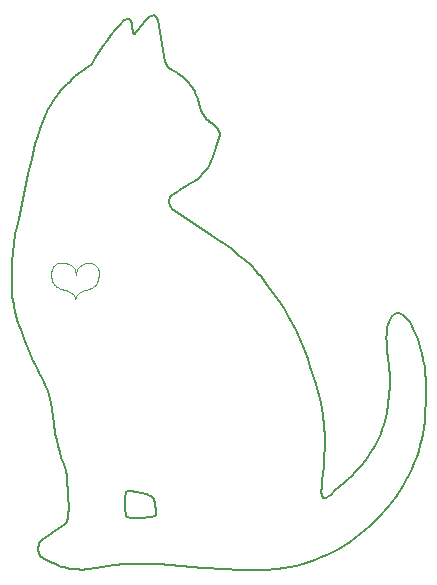
<source format=gbr>
%TF.GenerationSoftware,KiCad,Pcbnew,(6.99.0-562-g5449a92878)*%
%TF.CreationDate,2022-01-23T10:56:24+01:00*%
%TF.ProjectId,tuxpin,74757870-696e-42e6-9b69-6361645f7063,rev?*%
%TF.SameCoordinates,Original*%
%TF.FileFunction,Profile,NP*%
%FSLAX46Y46*%
G04 Gerber Fmt 4.6, Leading zero omitted, Abs format (unit mm)*
G04 Created by KiCad (PCBNEW (6.99.0-562-g5449a92878)) date 2022-01-23 10:56:24*
%MOMM*%
%LPD*%
G01*
G04 APERTURE LIST*
%TA.AperFunction,Profile*%
%ADD10C,0.043296*%
%TD*%
%TA.AperFunction,Profile*%
%ADD11C,0.207505*%
%TD*%
%TA.AperFunction,Profile*%
%ADD12C,0.200000*%
%TD*%
G04 APERTURE END LIST*
D10*
X155824894Y-98400759D02*
X155889831Y-98482824D01*
X156037192Y-99232868D02*
X156011376Y-99402905D01*
D11*
X158517635Y-117486064D02*
X158404971Y-117501054D01*
X160686697Y-118142093D02*
X160655126Y-118072686D01*
D10*
X154106461Y-99029697D02*
X154128647Y-98913564D01*
D11*
X160097601Y-117760893D02*
X159960693Y-117715786D01*
D10*
X152438476Y-100154319D02*
X152376927Y-100110342D01*
X153076712Y-98133075D02*
X153186670Y-98149484D01*
D11*
X158404984Y-117501054D02*
X158394666Y-117507676D01*
D10*
X155945017Y-98576785D02*
X155989381Y-98682867D01*
D11*
X158321025Y-117750214D02*
X158302050Y-117870572D01*
D10*
X155670056Y-98271427D02*
X155751278Y-98330368D01*
X154194551Y-100874652D02*
X154151293Y-100939360D01*
D11*
X159364120Y-117561215D02*
X159211614Y-117532633D01*
D10*
X155906920Y-99783586D02*
X155872675Y-99857728D01*
X154128647Y-98913564D02*
X154163583Y-98804634D01*
X155906920Y-99783586D02*
X155906920Y-99783586D01*
D11*
X160528000Y-119634000D02*
X160678949Y-119603028D01*
D10*
X154293761Y-100762765D02*
X154242156Y-100815943D01*
X154492017Y-98375846D02*
X154580954Y-98314826D01*
X154163583Y-98804634D02*
X154210197Y-98703130D01*
D11*
X160741859Y-118313966D02*
X160715569Y-118222937D01*
X160873253Y-119258796D02*
X160851923Y-119004001D01*
D10*
X154533277Y-100595969D02*
X154469126Y-100631719D01*
X153609385Y-100626814D02*
X153541156Y-100590633D01*
D11*
X160765684Y-118413931D02*
X160741859Y-118313966D01*
X160655126Y-118072686D02*
X160620740Y-118015966D01*
D10*
X154098098Y-99152809D02*
X154106461Y-99029697D01*
X155689245Y-100092254D02*
X155633505Y-100137723D01*
D11*
X160888461Y-119509305D02*
X160888461Y-119509305D01*
D10*
X154668049Y-100533548D02*
X154599700Y-100563401D01*
X153504029Y-98255300D02*
X153602037Y-98308685D01*
X152571006Y-100230386D02*
X152503296Y-100194172D01*
X155448100Y-100250045D02*
X155381389Y-100281023D01*
D11*
X158479607Y-119674791D02*
X158533979Y-119693306D01*
D10*
X153795651Y-100759101D02*
X153737013Y-100710563D01*
X154210197Y-98703130D02*
X154267420Y-98609275D01*
D11*
X158914988Y-117492579D02*
X158774418Y-117482546D01*
X160344312Y-117853827D02*
X160226066Y-117807146D01*
X160888461Y-119509305D02*
X160873253Y-119258796D01*
D10*
X152097626Y-99732719D02*
X152047121Y-99538177D01*
D11*
X159246823Y-119750736D02*
X159471038Y-119744241D01*
D10*
X154580954Y-98314826D02*
X154675142Y-98262573D01*
X153541156Y-100590633D02*
X153470492Y-100557602D01*
D11*
X159700049Y-119731299D02*
X159927054Y-119712857D01*
D10*
X156041359Y-98932285D02*
X156046830Y-99076069D01*
X155082965Y-98145706D02*
X155187332Y-98140642D01*
X155872675Y-99857728D02*
X155833438Y-99925196D01*
X153470492Y-100557602D02*
X153397772Y-100527236D01*
D11*
X158256905Y-118834128D02*
X158267106Y-119005094D01*
D10*
X152376927Y-100110342D02*
X152319030Y-100061756D01*
X155889831Y-98482824D02*
X155945017Y-98576785D01*
X152749470Y-98143589D02*
X152857030Y-98129903D01*
X155391457Y-98161066D02*
X155489074Y-98186999D01*
D11*
X160851923Y-119004001D02*
X160823538Y-118754927D01*
X158641375Y-117480134D02*
X158517635Y-117486064D01*
D10*
X153850332Y-100812729D02*
X153795651Y-100759101D01*
X153900675Y-100871930D02*
X153850332Y-100812729D01*
X152014728Y-99357267D02*
X151999365Y-99189764D01*
X153985047Y-98701330D02*
X154032669Y-98803428D01*
X153093948Y-100422718D02*
X152939595Y-100373839D01*
X154469126Y-100631719D02*
X154407592Y-100671123D01*
X152171049Y-99883494D02*
X152131561Y-99811623D01*
X154874982Y-98185263D02*
X154978491Y-98160654D01*
X154953789Y-100431887D02*
X154809142Y-100480106D01*
D11*
X158341543Y-119471790D02*
X158361224Y-119538635D01*
X160583421Y-117973185D02*
X160563626Y-117957412D01*
D10*
X153186670Y-98149484D02*
X153295264Y-98175475D01*
X152787673Y-100322041D02*
X152641225Y-100263445D01*
D11*
X159034206Y-119749837D02*
X159246823Y-119750736D01*
D10*
X152097626Y-99732719D02*
X152097626Y-99732719D01*
D11*
X158254385Y-118488289D02*
X158252889Y-118660793D01*
X158285227Y-118007757D02*
X158271226Y-118158572D01*
X158267106Y-119005094D02*
X158284165Y-119170493D01*
D10*
X154051059Y-101174175D02*
X154051059Y-101174175D01*
X155906920Y-99783586D02*
X155906920Y-99783586D01*
X152015399Y-98894081D02*
X152044633Y-98765450D01*
D11*
X159517056Y-117594540D02*
X159364120Y-117561215D01*
D10*
X153986826Y-101008995D02*
X153946300Y-100937191D01*
X153397772Y-100527236D02*
X153247688Y-100472557D01*
D11*
X158383208Y-119601289D02*
X158383208Y-119601289D01*
D10*
X152131561Y-99811623D02*
X152097626Y-99732719D01*
D11*
X158774418Y-117482546D02*
X158641375Y-117480134D01*
D10*
X156011376Y-99402905D02*
X155968309Y-99586403D01*
D11*
X160543053Y-117945592D02*
X160543053Y-117945592D01*
X160602455Y-117992755D02*
X160583421Y-117973185D01*
X158271226Y-118158572D02*
X158260722Y-118319815D01*
D10*
X156021853Y-98801292D02*
X156041359Y-98932285D01*
X155242680Y-100336101D02*
X154953789Y-100431887D01*
X155187332Y-98140642D02*
X155290519Y-98145688D01*
X155489074Y-98186999D02*
X155582297Y-98223711D01*
X154021872Y-101087828D02*
X153986826Y-101008995D01*
X155633505Y-100137723D02*
X155574504Y-100178864D01*
X154242156Y-100815943D02*
X154194551Y-100874652D01*
X152644874Y-98167757D02*
X152749470Y-98143589D01*
X152448900Y-98248438D02*
X152544323Y-98202632D01*
X155381389Y-100281023D02*
X155242680Y-100336101D01*
X153674797Y-100666629D02*
X153609385Y-100626814D01*
X153779893Y-98441274D02*
X153857577Y-98520028D01*
X154098098Y-99152809D02*
X154098098Y-99152809D01*
X153737013Y-100710563D02*
X153674797Y-100666629D01*
X152140123Y-98545484D02*
X152204216Y-98453700D01*
X154407592Y-100671123D02*
X154349022Y-100714648D01*
X153401411Y-98210822D02*
X153504029Y-98255300D01*
X156046830Y-99076069D02*
X156037192Y-99232868D01*
X154409401Y-98445410D02*
X154492017Y-98375846D01*
X153857577Y-98520028D02*
X153926322Y-98606789D01*
D11*
X160865983Y-119539733D02*
X160883850Y-119524319D01*
X159471038Y-119744241D02*
X159700049Y-119731299D01*
D10*
X154773508Y-98219311D02*
X154874982Y-98185263D01*
D11*
X159668646Y-117631890D02*
X159517056Y-117594540D01*
D10*
X154334178Y-98523294D02*
X154409401Y-98445410D01*
X152265164Y-100008076D02*
X152215710Y-99948817D01*
D11*
X158435787Y-119653362D02*
X158479607Y-119674791D01*
D10*
X152215710Y-99948817D02*
X152171049Y-99883494D01*
D11*
X160563626Y-117957412D02*
X160543053Y-117945592D01*
X158302050Y-117870572D02*
X158285227Y-118007757D01*
D10*
X154599700Y-100563401D02*
X154533277Y-100595969D01*
D11*
X160678949Y-119603028D02*
X160793878Y-119571290D01*
D10*
X155751278Y-98330368D02*
X155824894Y-98400759D01*
D11*
X159927054Y-119712857D02*
X160145249Y-119689862D01*
X160715569Y-118222937D02*
X160686697Y-118142093D01*
X158403371Y-119628901D02*
X158435787Y-119653362D01*
X160226066Y-117807146D02*
X160097601Y-117760893D01*
D10*
X155582297Y-98223711D02*
X155670056Y-98271427D01*
X155789558Y-99986461D02*
X155741378Y-100041990D01*
X154112728Y-101010536D02*
X154079201Y-101088652D01*
X151999365Y-99189764D02*
X151999949Y-99035444D01*
X152544323Y-98202632D02*
X152644874Y-98167757D01*
X153926322Y-98606789D02*
X153985047Y-98701330D01*
D11*
X158404971Y-117501054D02*
X158404984Y-117501054D01*
D10*
X153247688Y-100472557D02*
X153093948Y-100422718D01*
X154267420Y-98609275D02*
X154334178Y-98523294D01*
D11*
X158394666Y-117507676D02*
X158384130Y-117522105D01*
D10*
X154978491Y-98160654D02*
X155082965Y-98145706D01*
X154032669Y-98803428D02*
X154068106Y-98912857D01*
X152277764Y-98373747D02*
X152359686Y-98305402D01*
X153946300Y-100937191D02*
X153900675Y-100871930D01*
D11*
X158341477Y-117649884D02*
X158321025Y-117750214D01*
D10*
X155968309Y-99586403D02*
X155906920Y-99783586D01*
X155290519Y-98145688D02*
X155391457Y-98161066D01*
D11*
X160787161Y-118521580D02*
X160765684Y-118413931D01*
X158404971Y-117501054D02*
X158404971Y-117501054D01*
D10*
X152086568Y-98649326D02*
X152140123Y-98545484D01*
D11*
X160823538Y-118754927D02*
X160787161Y-118521580D01*
X160793878Y-119571290D02*
X160865983Y-119539733D01*
D10*
X152359686Y-98305402D02*
X152448900Y-98248438D01*
X154151293Y-100939360D02*
X154112728Y-101010536D01*
X152204216Y-98453700D02*
X152277764Y-98373747D01*
D11*
X158384130Y-117522105D02*
X158362737Y-117572781D01*
X158533979Y-119693306D02*
X158670982Y-119722069D01*
D10*
X154809142Y-100480106D02*
X154668049Y-100533548D01*
D11*
X158361224Y-119538635D02*
X158383208Y-119601289D01*
D10*
X154051059Y-101174175D02*
X154021872Y-101087828D01*
D11*
X160620740Y-118015966D02*
X160602455Y-117992755D01*
D10*
X152044633Y-98765450D02*
X152086568Y-98649326D01*
D11*
X159061312Y-117509515D02*
X158914988Y-117492579D01*
D10*
X152319030Y-100061756D02*
X152265164Y-100008076D01*
D11*
X158308753Y-119327125D02*
X158341543Y-119471790D01*
X158383208Y-119601289D02*
X158403371Y-119628901D01*
X159817117Y-117672545D02*
X159668646Y-117631890D01*
X160543053Y-117945592D02*
X160450566Y-117900215D01*
D10*
X153295264Y-98175475D02*
X153401411Y-98210822D01*
X155989381Y-98682867D02*
X156021853Y-98801292D01*
D11*
X158260722Y-118319815D02*
X158254385Y-118488289D01*
D10*
X154090276Y-99029392D02*
X154098098Y-99152809D01*
X154349022Y-100714648D02*
X154293761Y-100762765D01*
D11*
X160883850Y-119524319D02*
X160888461Y-119509305D01*
D10*
X155741378Y-100041990D02*
X155689245Y-100092254D01*
X155574504Y-100178864D02*
X155512587Y-100216148D01*
X151999949Y-99035444D02*
X152015399Y-98894081D01*
X152503296Y-100194172D02*
X152438476Y-100154319D01*
D11*
X160145249Y-119689862D02*
X160347832Y-119663261D01*
D12*
X160757900Y-77212276D02*
X160824634Y-77246395D01*
X160824634Y-77246395D02*
X160887770Y-77299674D01*
X160887770Y-77299674D02*
X160946911Y-77373414D01*
X160946911Y-77373414D02*
X161001663Y-77468914D01*
X161001663Y-77468914D02*
X161051629Y-77587473D01*
X161051629Y-77587473D02*
X161670485Y-81152430D01*
X161670485Y-81152430D02*
X161694491Y-81217397D01*
X161694491Y-81217397D02*
X161719873Y-81277896D01*
X161719873Y-81277896D02*
X161746624Y-81334197D01*
X161746624Y-81334197D02*
X161774736Y-81386571D01*
X161774736Y-81386571D02*
X161804202Y-81435289D01*
X161804202Y-81435289D02*
X161835015Y-81480622D01*
X161835015Y-81480622D02*
X161867166Y-81522840D01*
X161867166Y-81522840D02*
X161900648Y-81562214D01*
X161900648Y-81562214D02*
X161935455Y-81599015D01*
X161935455Y-81599015D02*
X161971578Y-81633513D01*
X161971578Y-81633513D02*
X162009009Y-81665979D01*
X162009009Y-81665979D02*
X162047742Y-81696684D01*
X162047742Y-81696684D02*
X162087769Y-81725898D01*
X162087769Y-81725898D02*
X162129082Y-81753893D01*
X162129082Y-81753893D02*
X162215538Y-81807307D01*
X162215538Y-81807307D02*
X162611315Y-82026314D01*
X162611315Y-82026314D02*
X162722448Y-82093232D01*
X162722448Y-82093232D02*
X162779801Y-82130006D01*
X162779801Y-82130006D02*
X162838336Y-82169349D01*
X162838336Y-82169349D02*
X162898045Y-82211534D01*
X162898045Y-82211534D02*
X162958920Y-82256830D01*
X162958920Y-82256830D02*
X163020954Y-82305509D01*
X163020954Y-82305509D02*
X163084140Y-82357841D01*
X163084140Y-82357841D02*
X163303838Y-82574802D01*
X163303838Y-82574802D02*
X163492664Y-82765687D01*
X163492664Y-82765687D02*
X163653877Y-82935099D01*
X163653877Y-82935099D02*
X163790737Y-83087639D01*
X163790737Y-83087639D02*
X163906506Y-83227910D01*
X163906506Y-83227910D02*
X164004445Y-83360514D01*
X164004445Y-83360514D02*
X164047746Y-83425379D01*
X164047746Y-83425379D02*
X164087813Y-83490053D01*
X164087813Y-83490053D02*
X164125052Y-83555112D01*
X164125052Y-83555112D02*
X164159872Y-83621130D01*
X164159872Y-83621130D02*
X164223882Y-83758346D01*
X164223882Y-83758346D02*
X164283104Y-83906303D01*
X164283104Y-83906303D02*
X164340799Y-84069605D01*
X164340799Y-84069605D02*
X164400228Y-84252852D01*
X164400228Y-84252852D02*
X164537327Y-84697593D01*
X164537327Y-84697593D02*
X164621520Y-84968291D01*
X164621520Y-84968291D02*
X164720488Y-85277343D01*
X164720488Y-85277343D02*
X164739790Y-85321311D01*
X164739790Y-85321311D02*
X164765155Y-85374122D01*
X164765155Y-85374122D02*
X164796187Y-85434385D01*
X164796187Y-85434385D02*
X164832490Y-85500709D01*
X164832490Y-85500709D02*
X164873667Y-85571702D01*
X164873667Y-85571702D02*
X164919323Y-85645973D01*
X164919323Y-85645973D02*
X164969061Y-85722131D01*
X164969061Y-85722131D02*
X165022485Y-85798785D01*
X165022485Y-85798785D02*
X165079199Y-85874543D01*
X165079199Y-85874543D02*
X165138808Y-85948014D01*
X165138808Y-85948014D02*
X165200913Y-86017806D01*
X165200913Y-86017806D02*
X165265121Y-86082530D01*
X165265121Y-86082530D02*
X165331034Y-86140793D01*
X165331034Y-86140793D02*
X165364506Y-86167067D01*
X165364506Y-86167067D02*
X165398256Y-86191204D01*
X165398256Y-86191204D02*
X165432235Y-86213030D01*
X165432235Y-86213030D02*
X165466392Y-86232371D01*
X165466392Y-86232371D02*
X165500678Y-86249054D01*
X165500678Y-86249054D02*
X165535044Y-86262905D01*
X165535044Y-86262905D02*
X165551468Y-86270094D01*
X165551468Y-86270094D02*
X165570407Y-86280397D01*
X165570407Y-86280397D02*
X165615039Y-86309795D01*
X165615039Y-86309795D02*
X165667348Y-86349999D01*
X165667348Y-86349999D02*
X165725743Y-86399909D01*
X165725743Y-86399909D02*
X165788633Y-86458428D01*
X165788633Y-86458428D02*
X165854427Y-86524456D01*
X165854427Y-86524456D02*
X165921533Y-86596894D01*
X165921533Y-86596894D02*
X165988361Y-86674643D01*
X165988361Y-86674643D02*
X166053319Y-86756603D01*
X166053319Y-86756603D02*
X166114817Y-86841677D01*
X166114817Y-86841677D02*
X166171262Y-86928764D01*
X166171262Y-86928764D02*
X166197092Y-86972719D01*
X166197092Y-86972719D02*
X166221063Y-87016766D01*
X166221063Y-87016766D02*
X166242976Y-87060767D01*
X166242976Y-87060767D02*
X166262631Y-87104584D01*
X166262631Y-87104584D02*
X166279829Y-87148081D01*
X166279829Y-87148081D02*
X166294372Y-87191119D01*
X166294372Y-87191119D02*
X166306061Y-87233562D01*
X166306061Y-87233562D02*
X166314696Y-87275272D01*
X166314696Y-87275272D02*
X166320080Y-87316111D01*
X166320080Y-87316111D02*
X166322013Y-87355943D01*
X166322013Y-87355943D02*
X166210676Y-87605574D01*
X166210676Y-87605574D02*
X166113727Y-87847409D01*
X166113727Y-87847409D02*
X166028573Y-88081879D01*
X166028573Y-88081879D02*
X165952621Y-88309419D01*
X165952621Y-88309419D02*
X165688988Y-89158925D01*
X165688988Y-89158925D02*
X165620161Y-89358302D01*
X165620161Y-89358302D02*
X165544981Y-89553345D01*
X165544981Y-89553345D02*
X165460857Y-89744487D01*
X165460857Y-89744487D02*
X165365195Y-89932160D01*
X165365195Y-89932160D02*
X165255404Y-90116798D01*
X165255404Y-90116798D02*
X165128890Y-90298833D01*
X165128890Y-90298833D02*
X164983061Y-90478698D01*
X164983061Y-90478698D02*
X164815325Y-90656826D01*
X164815325Y-90656826D02*
X164727716Y-90767633D01*
X164727716Y-90767633D02*
X164629784Y-90873502D01*
X164629784Y-90873502D02*
X164522613Y-90974800D01*
X164522613Y-90974800D02*
X164407288Y-91071895D01*
X164407288Y-91071895D02*
X164156513Y-91254955D01*
X164156513Y-91254955D02*
X163886137Y-91425629D01*
X163886137Y-91425629D02*
X162782148Y-92043460D01*
X162782148Y-92043460D02*
X162543913Y-92196446D01*
X162543913Y-92196446D02*
X162338136Y-92354742D01*
X162338136Y-92354742D02*
X162250131Y-92436802D01*
X162250131Y-92436802D02*
X162173494Y-92521296D01*
X162173494Y-92521296D02*
X162109309Y-92608591D01*
X162109309Y-92608591D02*
X162058663Y-92699058D01*
X162058663Y-92699058D02*
X162022638Y-92793063D01*
X162022638Y-92793063D02*
X162002319Y-92890976D01*
X162002319Y-92890976D02*
X161998792Y-92993165D01*
X161998792Y-92993165D02*
X162013141Y-93100000D01*
X162013141Y-93100000D02*
X162046450Y-93211848D01*
X162046450Y-93211848D02*
X162099803Y-93329079D01*
X162099803Y-93329079D02*
X162174286Y-93452060D01*
X162174286Y-93452060D02*
X162270983Y-93581161D01*
X162270983Y-93581161D02*
X162461047Y-93745894D01*
X162461047Y-93745894D02*
X162734113Y-93946902D01*
X162734113Y-93946902D02*
X163489851Y-94448703D01*
X163489851Y-94448703D02*
X165563934Y-95788151D01*
X165563934Y-95788151D02*
X166142203Y-96179794D01*
X166142203Y-96179794D02*
X166724670Y-96589628D01*
X166724670Y-96589628D02*
X167301485Y-97015393D01*
X167301485Y-97015393D02*
X167862796Y-97454829D01*
X167862796Y-97454829D02*
X168398755Y-97905675D01*
X168398755Y-97905675D02*
X168899509Y-98365669D01*
X168899509Y-98365669D02*
X169355209Y-98832553D01*
X169355209Y-98832553D02*
X169563085Y-99067872D01*
X169563085Y-99067872D02*
X169756003Y-99304065D01*
X169756003Y-99304065D02*
X170314261Y-100022893D01*
X170314261Y-100022893D02*
X170819931Y-100706678D01*
X170819931Y-100706678D02*
X171277461Y-101361562D01*
X171277461Y-101361562D02*
X171691301Y-101993684D01*
X171691301Y-101993684D02*
X172065899Y-102609182D01*
X172065899Y-102609182D02*
X172405703Y-103214197D01*
X172405703Y-103214197D02*
X172715162Y-103814867D01*
X172715162Y-103814867D02*
X172998725Y-104417333D01*
X172998725Y-104417333D02*
X173260840Y-105027734D01*
X173260840Y-105027734D02*
X173505956Y-105652210D01*
X173505956Y-105652210D02*
X173738522Y-106296899D01*
X173738522Y-106296899D02*
X173962986Y-106967941D01*
X173962986Y-106967941D02*
X174405403Y-108413644D01*
X174405403Y-108413644D02*
X174868796Y-110038434D01*
X174868796Y-110038434D02*
X175032791Y-111029993D01*
X175032791Y-111029993D02*
X175128708Y-111989335D01*
X175128708Y-111989335D02*
X175168617Y-112908187D01*
X175168617Y-112908187D02*
X175164584Y-113778277D01*
X175164584Y-113778277D02*
X175128680Y-114591334D01*
X175128680Y-114591334D02*
X175072971Y-115339085D01*
X175072971Y-115339085D02*
X174950415Y-116605580D01*
X174950415Y-116605580D02*
X174907704Y-117107780D01*
X174907704Y-117107780D02*
X174893463Y-117511586D01*
X174893463Y-117511586D02*
X174919759Y-117808724D01*
X174919759Y-117808724D02*
X174951880Y-117914709D01*
X174951880Y-117914709D02*
X174998661Y-117990924D01*
X174998661Y-117990924D02*
X175061610Y-118036337D01*
X175061610Y-118036337D02*
X175142237Y-118049913D01*
X175142237Y-118049913D02*
X175242049Y-118030618D01*
X175242049Y-118030618D02*
X175362556Y-117977418D01*
X175362556Y-117977418D02*
X175671685Y-117765167D01*
X175671685Y-117765167D02*
X176081694Y-117404890D01*
X176081694Y-117404890D02*
X176808955Y-116797378D01*
X176808955Y-116797378D02*
X177145612Y-116490664D01*
X177145612Y-116490664D02*
X177464704Y-116181793D01*
X177464704Y-116181793D02*
X177766545Y-115870627D01*
X177766545Y-115870627D02*
X178051447Y-115557026D01*
X178051447Y-115557026D02*
X178319723Y-115240851D01*
X178319723Y-115240851D02*
X178571687Y-114921965D01*
X178571687Y-114921965D02*
X178807652Y-114600228D01*
X178807652Y-114600228D02*
X179027930Y-114275502D01*
X179027930Y-114275502D02*
X179232836Y-113947647D01*
X179232836Y-113947647D02*
X179422681Y-113616525D01*
X179422681Y-113616525D02*
X179597780Y-113281998D01*
X179597780Y-113281998D02*
X179758445Y-112943926D01*
X179758445Y-112943926D02*
X179904990Y-112602171D01*
X179904990Y-112602171D02*
X180037727Y-112256594D01*
X180037727Y-112256594D02*
X180156970Y-111907056D01*
X180156970Y-111907056D02*
X180263031Y-111553418D01*
X180263031Y-111553418D02*
X180436863Y-110833290D01*
X180436863Y-110833290D02*
X180561727Y-110095098D01*
X180561727Y-110095098D02*
X180640129Y-109337733D01*
X180640129Y-109337733D02*
X180674573Y-108560086D01*
X180674573Y-108560086D02*
X180667564Y-107761044D01*
X180667564Y-107761044D02*
X180621606Y-106939500D01*
X180621606Y-106939500D02*
X180539206Y-106094343D01*
X180539206Y-106094343D02*
X180476347Y-105670076D01*
X180476347Y-105670076D02*
X180432670Y-105268395D01*
X180432670Y-105268395D02*
X180407286Y-104889948D01*
X180407286Y-104889948D02*
X180399305Y-104535382D01*
X180399305Y-104535382D02*
X180407840Y-104205344D01*
X180407840Y-104205344D02*
X180432001Y-103900481D01*
X180432001Y-103900481D02*
X180470899Y-103621441D01*
X180470899Y-103621441D02*
X180523644Y-103368871D01*
X180523644Y-103368871D02*
X180589348Y-103143417D01*
X180589348Y-103143417D02*
X180667121Y-102945728D01*
X180667121Y-102945728D02*
X180756075Y-102776450D01*
X180756075Y-102776450D02*
X180855320Y-102636231D01*
X180855320Y-102636231D02*
X180963968Y-102525718D01*
X180963968Y-102525718D02*
X181081129Y-102445558D01*
X181081129Y-102445558D02*
X181205914Y-102396398D01*
X181205914Y-102396398D02*
X181337434Y-102378886D01*
X181337434Y-102378886D02*
X181474799Y-102393669D01*
X181474799Y-102393669D02*
X181617122Y-102441394D01*
X181617122Y-102441394D02*
X181763513Y-102522708D01*
X181763513Y-102522708D02*
X181913082Y-102638259D01*
X181913082Y-102638259D02*
X182064941Y-102788694D01*
X182064941Y-102788694D02*
X182218201Y-102974659D01*
X182218201Y-102974659D02*
X182371972Y-103196803D01*
X182371972Y-103196803D02*
X182525365Y-103455773D01*
X182525365Y-103455773D02*
X182677492Y-103752215D01*
X182677492Y-103752215D02*
X182827462Y-104086777D01*
X182827462Y-104086777D02*
X182974388Y-104460106D01*
X182974388Y-104460106D02*
X183117380Y-104872850D01*
X183117380Y-104872850D02*
X183255550Y-105325655D01*
X183255550Y-105325655D02*
X183388006Y-105819169D01*
X183388006Y-105819169D02*
X183513862Y-106354040D01*
X183513862Y-106354040D02*
X183632228Y-106930913D01*
X183632228Y-106930913D02*
X183675046Y-107494648D01*
X183675046Y-107494648D02*
X183705846Y-108035068D01*
X183705846Y-108035068D02*
X183735053Y-109045405D01*
X183735053Y-109045405D02*
X183727163Y-109960802D01*
X183727163Y-109960802D02*
X183689495Y-110780139D01*
X183689495Y-110780139D02*
X183629363Y-111502295D01*
X183629363Y-111502295D02*
X183554085Y-112126148D01*
X183554085Y-112126148D02*
X183470977Y-112650578D01*
X183470977Y-112650578D02*
X183387355Y-113074464D01*
X183387355Y-113074464D02*
X183261105Y-113592561D01*
X183261105Y-113592561D02*
X183112658Y-114105441D01*
X183112658Y-114105441D02*
X182942581Y-114612502D01*
X182942581Y-114612502D02*
X182751437Y-115113141D01*
X182751437Y-115113141D02*
X182539793Y-115606754D01*
X182539793Y-115606754D02*
X182308212Y-116092738D01*
X182308212Y-116092738D02*
X182057261Y-116570489D01*
X182057261Y-116570489D02*
X181787503Y-117039404D01*
X181787503Y-117039404D02*
X181193832Y-117948313D01*
X181193832Y-117948313D02*
X180531718Y-118814638D01*
X180531718Y-118814638D02*
X179805683Y-119633553D01*
X179805683Y-119633553D02*
X179020248Y-120400229D01*
X179020248Y-120400229D02*
X178179932Y-121109841D01*
X178179932Y-121109841D02*
X177289258Y-121757561D01*
X177289258Y-121757561D02*
X176352744Y-122338563D01*
X176352744Y-122338563D02*
X175868711Y-122602536D01*
X175868711Y-122602536D02*
X175374913Y-122848020D01*
X175374913Y-122848020D02*
X174871916Y-123074410D01*
X174871916Y-123074410D02*
X174360285Y-123281105D01*
X174360285Y-123281105D02*
X173840585Y-123467499D01*
X173840585Y-123467499D02*
X173313381Y-123632990D01*
X173313381Y-123632990D02*
X172779238Y-123776975D01*
X172779238Y-123776975D02*
X172238721Y-123898850D01*
X172238721Y-123898850D02*
X171692395Y-123998012D01*
X171692395Y-123998012D02*
X171140826Y-124073858D01*
X171140826Y-124073858D02*
X169991094Y-124129008D01*
X169991094Y-124129008D02*
X168890519Y-124144805D01*
X168890519Y-124144805D02*
X167833048Y-124128111D01*
X167833048Y-124128111D02*
X166812625Y-124085787D01*
X166812625Y-124085787D02*
X164858707Y-123951696D01*
X164858707Y-123951696D02*
X162980326Y-123797427D01*
X162980326Y-123797427D02*
X161129046Y-123677871D01*
X161129046Y-123677871D02*
X160198432Y-123648265D01*
X160198432Y-123648265D02*
X159256429Y-123647922D01*
X159256429Y-123647922D02*
X158296982Y-123683704D01*
X158296982Y-123683704D02*
X157314037Y-123762473D01*
X157314037Y-123762473D02*
X156301538Y-123891090D01*
X156301538Y-123891090D02*
X155253432Y-124076417D01*
X155253432Y-124076417D02*
X154992968Y-124098958D01*
X154992968Y-124098958D02*
X154741307Y-124112392D01*
X154741307Y-124112392D02*
X154497093Y-124116452D01*
X154497093Y-124116452D02*
X154258970Y-124110869D01*
X154258970Y-124110869D02*
X154025580Y-124095377D01*
X154025580Y-124095377D02*
X153795568Y-124069708D01*
X153795568Y-124069708D02*
X153567577Y-124033593D01*
X153567577Y-124033593D02*
X153340250Y-123986764D01*
X153340250Y-123986764D02*
X153112231Y-123928955D01*
X153112231Y-123928955D02*
X152882163Y-123859897D01*
X152882163Y-123859897D02*
X152648689Y-123779323D01*
X152648689Y-123779323D02*
X152410454Y-123686964D01*
X152410454Y-123686964D02*
X152166099Y-123582553D01*
X152166099Y-123582553D02*
X151914270Y-123465822D01*
X151914270Y-123465822D02*
X151653609Y-123336504D01*
X151653609Y-123336504D02*
X151382760Y-123194330D01*
X151382760Y-123194330D02*
X151339145Y-123160740D01*
X151339145Y-123160740D02*
X151297567Y-123130362D01*
X151297567Y-123130362D02*
X151220506Y-123075116D01*
X151220506Y-123075116D02*
X151185016Y-123048183D01*
X151185016Y-123048183D02*
X151151546Y-123020334D01*
X151151546Y-123020334D02*
X151135568Y-123005744D01*
X151135568Y-123005744D02*
X151120094Y-122990537D01*
X151120094Y-122990537D02*
X151105123Y-122974586D01*
X151105123Y-122974586D02*
X151090655Y-122957760D01*
X151090655Y-122957760D02*
X151076689Y-122939932D01*
X151076689Y-122939932D02*
X151063225Y-122920971D01*
X151063225Y-122920971D02*
X151050262Y-122900749D01*
X151050262Y-122900749D02*
X151037800Y-122879137D01*
X151037800Y-122879137D02*
X151025838Y-122856006D01*
X151025838Y-122856006D02*
X151014376Y-122831227D01*
X151014376Y-122831227D02*
X151003414Y-122804670D01*
X151003414Y-122804670D02*
X150992950Y-122776208D01*
X150992950Y-122776208D02*
X150982985Y-122745710D01*
X150982985Y-122745710D02*
X150973517Y-122713048D01*
X150973517Y-122713048D02*
X150964547Y-122678093D01*
X150964547Y-122678093D02*
X150956073Y-122640715D01*
X150956073Y-122640715D02*
X150948096Y-122600786D01*
X150948096Y-122600786D02*
X150940615Y-122558177D01*
X150940615Y-122558177D02*
X150933629Y-122512759D01*
X150933629Y-122512759D02*
X150927138Y-122464403D01*
X150927138Y-122464403D02*
X150927310Y-122350790D01*
X150927310Y-122350790D02*
X150930972Y-122248542D01*
X150930972Y-122248542D02*
X150937883Y-122156878D01*
X150937883Y-122156878D02*
X150947805Y-122075020D01*
X150947805Y-122075020D02*
X150960499Y-122002190D01*
X150960499Y-122002190D02*
X150975725Y-121937609D01*
X150975725Y-121937609D02*
X150993246Y-121880499D01*
X150993246Y-121880499D02*
X151012821Y-121830080D01*
X151012821Y-121830080D02*
X151034211Y-121785575D01*
X151034211Y-121785575D02*
X151057178Y-121746204D01*
X151057178Y-121746204D02*
X151081483Y-121711189D01*
X151081483Y-121711189D02*
X151106886Y-121679752D01*
X151106886Y-121679752D02*
X151133148Y-121651113D01*
X151133148Y-121651113D02*
X151160030Y-121624495D01*
X151160030Y-121624495D02*
X151214700Y-121574205D01*
X151214700Y-121574205D02*
X151214705Y-121574209D01*
X151214705Y-121574209D02*
X152967730Y-120412672D01*
X152967730Y-120412672D02*
X153010483Y-120381626D01*
X153010483Y-120381626D02*
X153051828Y-120349868D01*
X153051828Y-120349868D02*
X153091632Y-120317331D01*
X153091632Y-120317331D02*
X153129761Y-120283946D01*
X153129761Y-120283946D02*
X153166081Y-120249646D01*
X153166081Y-120249646D02*
X153200461Y-120214365D01*
X153200461Y-120214365D02*
X153232765Y-120178034D01*
X153232765Y-120178034D02*
X153262862Y-120140585D01*
X153262862Y-120140585D02*
X153290617Y-120101953D01*
X153290617Y-120101953D02*
X153315898Y-120062069D01*
X153315898Y-120062069D02*
X153338571Y-120020865D01*
X153338571Y-120020865D02*
X153358502Y-119978275D01*
X153358502Y-119978275D02*
X153367399Y-119956439D01*
X153367399Y-119956439D02*
X153375559Y-119934231D01*
X153375559Y-119934231D02*
X153382968Y-119911642D01*
X153382968Y-119911642D02*
X153389609Y-119888665D01*
X153389609Y-119888665D02*
X153395464Y-119865290D01*
X153395464Y-119865290D02*
X153400517Y-119841510D01*
X153400517Y-119841510D02*
X153404751Y-119817316D01*
X153404751Y-119817316D02*
X153408150Y-119792699D01*
X153408150Y-119792699D02*
X153442394Y-119575494D01*
X153442394Y-119575494D02*
X153465024Y-119319680D01*
X153465024Y-119319680D02*
X153477339Y-119032518D01*
X153477339Y-119032518D02*
X153480636Y-118721268D01*
X153480636Y-118721268D02*
X153465365Y-118055550D01*
X153465365Y-118055550D02*
X153429593Y-117380615D01*
X153429593Y-117380615D02*
X153383701Y-116754550D01*
X153383701Y-116754550D02*
X153338068Y-116235443D01*
X153338068Y-116235443D02*
X153289105Y-115750452D01*
X153289105Y-115750452D02*
X153071167Y-115215631D01*
X153071167Y-115215631D02*
X152883667Y-114686628D01*
X152883667Y-114686628D02*
X152723291Y-114164873D01*
X152723291Y-114164873D02*
X152586721Y-113651794D01*
X152586721Y-113651794D02*
X152470643Y-113148822D01*
X152470643Y-113148822D02*
X152371739Y-112657386D01*
X152371739Y-112657386D02*
X152212191Y-111714845D01*
X152212191Y-111714845D02*
X151953285Y-110031116D01*
X151953285Y-110031116D02*
X151881755Y-109660473D01*
X151881755Y-109660473D02*
X151800870Y-109312806D01*
X151800870Y-109312806D02*
X151707316Y-108989544D01*
X151707316Y-108989544D02*
X151597775Y-108692117D01*
X151597775Y-108692117D02*
X151498552Y-108463041D01*
X151498552Y-108463041D02*
X151401919Y-108255057D01*
X151401919Y-108255057D02*
X151305951Y-108060459D01*
X151305951Y-108060459D02*
X151208719Y-107871542D01*
X151208719Y-107871542D02*
X151002754Y-107479927D01*
X151002754Y-107479927D02*
X150890166Y-107261820D01*
X150890166Y-107261820D02*
X150768603Y-107018571D01*
X150768603Y-107018571D02*
X150636139Y-106742477D01*
X150636139Y-106742477D02*
X150490846Y-106425831D01*
X150490846Y-106425831D02*
X150330796Y-106060928D01*
X150330796Y-106060928D02*
X150154062Y-105640063D01*
X150154062Y-105640063D02*
X149958716Y-105155530D01*
X149958716Y-105155530D02*
X149742830Y-104599624D01*
X149742830Y-104599624D02*
X149504478Y-103964640D01*
X149504478Y-103964640D02*
X149241730Y-103242872D01*
X149241730Y-103242872D02*
X149155834Y-103013852D01*
X149155834Y-103013852D02*
X149082545Y-102806438D01*
X149082545Y-102806438D02*
X149049663Y-102704727D01*
X149049663Y-102704727D02*
X149018776Y-102601091D01*
X149018776Y-102601091D02*
X148989498Y-102493088D01*
X148989498Y-102493088D02*
X148961443Y-102378274D01*
X148961443Y-102378274D02*
X148934225Y-102254209D01*
X148934225Y-102254209D02*
X148907459Y-102118449D01*
X148907459Y-102118449D02*
X148880758Y-101968552D01*
X148880758Y-101968552D02*
X148853738Y-101802076D01*
X148853738Y-101802076D02*
X148826012Y-101616579D01*
X148826012Y-101616579D02*
X148797194Y-101409618D01*
X148797194Y-101409618D02*
X148734742Y-100921537D01*
X148734742Y-100921537D02*
X148708806Y-100502221D01*
X148708806Y-100502221D02*
X148688213Y-100100521D01*
X148688213Y-100100521D02*
X148673046Y-99716710D01*
X148673046Y-99716710D02*
X148663390Y-99351064D01*
X148663390Y-99351064D02*
X148659328Y-99003858D01*
X148659328Y-99003858D02*
X148660942Y-98675367D01*
X148660942Y-98675367D02*
X148668316Y-98365865D01*
X148668316Y-98365865D02*
X148681535Y-98075628D01*
X148681535Y-98075628D02*
X148948792Y-95741312D01*
X148948792Y-95741312D02*
X149124078Y-95090190D01*
X149124078Y-95090190D02*
X149283779Y-94442860D01*
X149283779Y-94442860D02*
X149568254Y-93157763D01*
X149568254Y-93157763D02*
X150080299Y-90613141D01*
X150080299Y-90613141D02*
X150355183Y-89346372D01*
X150355183Y-89346372D02*
X150674185Y-88078468D01*
X150674185Y-88078468D02*
X150857623Y-87442959D01*
X150857623Y-87442959D02*
X151060962Y-86805807D01*
X151060962Y-86805807D02*
X151287159Y-86166561D01*
X151287159Y-86166561D02*
X151539172Y-85524767D01*
X151539172Y-85524767D02*
X151760220Y-85128545D01*
X151760220Y-85128545D02*
X151980284Y-84761391D01*
X151980284Y-84761391D02*
X152200221Y-84420822D01*
X152200221Y-84420822D02*
X152420887Y-84104351D01*
X152420887Y-84104351D02*
X152643140Y-83809494D01*
X152643140Y-83809494D02*
X152867836Y-83533767D01*
X152867836Y-83533767D02*
X153095832Y-83274683D01*
X153095832Y-83274683D02*
X153327985Y-83029759D01*
X153327985Y-83029759D02*
X153565152Y-82796509D01*
X153565152Y-82796509D02*
X153808189Y-82572448D01*
X153808189Y-82572448D02*
X154057954Y-82355092D01*
X154057954Y-82355092D02*
X154315303Y-82141956D01*
X154315303Y-82141956D02*
X154856181Y-81718401D01*
X154856181Y-81718401D02*
X155437678Y-81281905D01*
X155437678Y-81281905D02*
X155750666Y-80781446D01*
X155750666Y-80781446D02*
X156071768Y-80291279D01*
X156071768Y-80291279D02*
X156401686Y-79812294D01*
X156401686Y-79812294D02*
X156741120Y-79345377D01*
X156741120Y-79345377D02*
X157090769Y-78891417D01*
X157090769Y-78891417D02*
X157451334Y-78451302D01*
X157451334Y-78451302D02*
X157823516Y-78025920D01*
X157823516Y-78025920D02*
X158208014Y-77616159D01*
X158208014Y-77616159D02*
X158224504Y-77598810D01*
X158224504Y-77598810D02*
X158241591Y-77583316D01*
X158241591Y-77583316D02*
X158259200Y-77569591D01*
X158259200Y-77569591D02*
X158277259Y-77557550D01*
X158277259Y-77557550D02*
X158295694Y-77547107D01*
X158295694Y-77547107D02*
X158314432Y-77538177D01*
X158314432Y-77538177D02*
X158333399Y-77530674D01*
X158333399Y-77530674D02*
X158352522Y-77524513D01*
X158352522Y-77524513D02*
X158371727Y-77519608D01*
X158371727Y-77519608D02*
X158390941Y-77515874D01*
X158390941Y-77515874D02*
X158410091Y-77513225D01*
X158410091Y-77513225D02*
X158429102Y-77511576D01*
X158429102Y-77511576D02*
X158466418Y-77510934D01*
X158466418Y-77510934D02*
X158502300Y-77513265D01*
X158502300Y-77513265D02*
X158536161Y-77517884D01*
X158536161Y-77517884D02*
X158567413Y-77524106D01*
X158567413Y-77524106D02*
X158595470Y-77531249D01*
X158595470Y-77531249D02*
X158619742Y-77538626D01*
X158619742Y-77538626D02*
X158654587Y-77551352D01*
X158654587Y-77551352D02*
X158667247Y-77556811D01*
X158667247Y-77556811D02*
X158689760Y-77566996D01*
X158689760Y-77566996D02*
X158709995Y-77580636D01*
X158709995Y-77580636D02*
X158728109Y-77597569D01*
X158728109Y-77597569D02*
X158744261Y-77617630D01*
X158744261Y-77617630D02*
X158758608Y-77640655D01*
X158758608Y-77640655D02*
X158771310Y-77666483D01*
X158771310Y-77666483D02*
X158782524Y-77694947D01*
X158782524Y-77694947D02*
X158792409Y-77725886D01*
X158792409Y-77725886D02*
X158808826Y-77794531D01*
X158808826Y-77794531D02*
X158821826Y-77871109D01*
X158821826Y-77871109D02*
X158842645Y-78042827D01*
X158842645Y-78042827D02*
X158864999Y-78230570D01*
X158864999Y-78230570D02*
X158879919Y-78327178D01*
X158879919Y-78327178D02*
X158899022Y-78423866D01*
X158899022Y-78423866D02*
X158923576Y-78519324D01*
X158923576Y-78519324D02*
X158938292Y-78566183D01*
X158938292Y-78566183D02*
X158954847Y-78612244D01*
X158954847Y-78612244D02*
X158973397Y-78657343D01*
X158973397Y-78657343D02*
X158994102Y-78701317D01*
X158994102Y-78701317D02*
X159017119Y-78744002D01*
X159017119Y-78744002D02*
X159042607Y-78785234D01*
X159042607Y-78785234D02*
X159056842Y-78793246D01*
X159056842Y-78793246D02*
X159078168Y-78785330D01*
X159078168Y-78785330D02*
X159140509Y-78726916D01*
X159140509Y-78726916D02*
X159226463Y-78620387D01*
X159226463Y-78620387D02*
X159332863Y-78476140D01*
X159332863Y-78476140D02*
X159594334Y-78116078D01*
X159594334Y-78116078D02*
X159743069Y-77921055D01*
X159743069Y-77921055D02*
X159899583Y-77729900D01*
X159899583Y-77729900D02*
X160060707Y-77553010D01*
X160060707Y-77553010D02*
X160223274Y-77400780D01*
X160223274Y-77400780D02*
X160304109Y-77337161D01*
X160304109Y-77337161D02*
X160384118Y-77283607D01*
X160384118Y-77283607D02*
X160462903Y-77241416D01*
X160462903Y-77241416D02*
X160540070Y-77211887D01*
X160540070Y-77211887D02*
X160615223Y-77196322D01*
X160615223Y-77196322D02*
X160687965Y-77196018D01*
X160687965Y-77196018D02*
X160757900Y-77212276D01*
D10*
X155833438Y-99925196D02*
X155789558Y-99986461D01*
D11*
X159960693Y-117715786D02*
X159817117Y-117672545D01*
D10*
X154675142Y-98262573D02*
X154773508Y-98219311D01*
X153602037Y-98308685D02*
X153694352Y-98370751D01*
X152966471Y-98126473D02*
X153076712Y-98133075D01*
X152641225Y-100263445D02*
X152571006Y-100230386D01*
D11*
X158284165Y-119170493D02*
X158308753Y-119327125D01*
X159211614Y-117532633D02*
X159061312Y-117509515D01*
D10*
X152939595Y-100373839D02*
X152787673Y-100322041D01*
D11*
X158252889Y-118660793D02*
X158256905Y-118834128D01*
D10*
X154079201Y-101088652D02*
X154051059Y-101174175D01*
D11*
X158362737Y-117572781D02*
X158341477Y-117649884D01*
X158839992Y-119740597D02*
X159034206Y-119749837D01*
X160347832Y-119663261D02*
X160528000Y-119634000D01*
D10*
X152857030Y-98129903D02*
X152966471Y-98126473D01*
D11*
X160450566Y-117900215D02*
X160344312Y-117853827D01*
D10*
X153694352Y-98370751D02*
X153779893Y-98441274D01*
X154068106Y-98912857D02*
X154090276Y-99029392D01*
X155512587Y-100216148D02*
X155448100Y-100250045D01*
D11*
X158670982Y-119722069D02*
X158839992Y-119740597D01*
D10*
X152047121Y-99538177D02*
X152014728Y-99357267D01*
M02*

</source>
